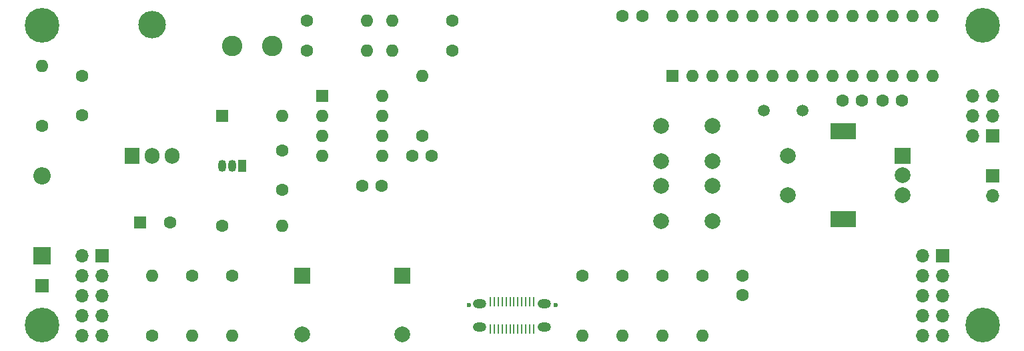
<source format=gbr>
%TF.GenerationSoftware,KiCad,Pcbnew,(6.0.0)*%
%TF.CreationDate,2022-01-22T21:28:23-08:00*%
%TF.ProjectId,nixie_main_board,6e697869-655f-46d6-9169-6e5f626f6172,rev?*%
%TF.SameCoordinates,Original*%
%TF.FileFunction,Soldermask,Bot*%
%TF.FilePolarity,Negative*%
%FSLAX46Y46*%
G04 Gerber Fmt 4.6, Leading zero omitted, Abs format (unit mm)*
G04 Created by KiCad (PCBNEW (6.0.0)) date 2022-01-22 21:28:23*
%MOMM*%
%LPD*%
G01*
G04 APERTURE LIST*
%ADD10C,1.600000*%
%ADD11O,1.600000X1.600000*%
%ADD12R,1.700000X1.700000*%
%ADD13O,1.700000X1.700000*%
%ADD14C,1.500000*%
%ADD15C,2.000000*%
%ADD16R,2.000000X2.000000*%
%ADD17R,3.200000X2.000000*%
%ADD18R,1.600000X1.600000*%
%ADD19C,2.600000*%
%ADD20R,1.050000X1.500000*%
%ADD21O,1.050000X1.500000*%
%ADD22O,3.500000X3.500000*%
%ADD23R,1.905000X2.000000*%
%ADD24O,1.905000X2.000000*%
%ADD25R,2.200000X2.200000*%
%ADD26O,2.200000X2.200000*%
%ADD27C,4.400000*%
%ADD28O,1.700000X1.200000*%
%ADD29R,0.270000X1.300000*%
%ADD30C,0.600000*%
G04 APERTURE END LIST*
D10*
%TO.C,R14*%
X113665000Y-57785000D03*
D11*
X121285000Y-57785000D03*
%TD*%
%TO.C,R13*%
X121285000Y-53975000D03*
D10*
X113665000Y-53975000D03*
%TD*%
D11*
%TO.C,R12*%
X124460000Y-57785000D03*
D10*
X132080000Y-57785000D03*
%TD*%
%TO.C,R11*%
X132080000Y-53975000D03*
D11*
X124460000Y-53975000D03*
%TD*%
D12*
%TO.C,J6*%
X80010000Y-87630000D03*
%TD*%
D10*
%TO.C,C9*%
X186690000Y-64135000D03*
X189190000Y-64135000D03*
%TD*%
D13*
%TO.C,J4*%
X200660000Y-76200000D03*
D12*
X200660000Y-73660000D03*
%TD*%
D10*
%TO.C,C11*%
X168910000Y-88860000D03*
X168910000Y-86360000D03*
%TD*%
D12*
%TO.C,J5*%
X200660000Y-68580000D03*
D13*
X198120000Y-68580000D03*
X200660000Y-66040000D03*
X198120000Y-66040000D03*
X200660000Y-63500000D03*
X198120000Y-63500000D03*
%TD*%
D14*
%TO.C,Y1*%
X171650000Y-65405000D03*
X176530000Y-65405000D03*
%TD*%
D15*
%TO.C,SW3*%
X165100000Y-79430000D03*
X165100000Y-74930000D03*
X158600000Y-79430000D03*
X158600000Y-74930000D03*
%TD*%
%TO.C,SW2*%
X158600000Y-67310000D03*
X158600000Y-71810000D03*
X165100000Y-67310000D03*
X165100000Y-71810000D03*
%TD*%
D16*
%TO.C,SW1*%
X189230000Y-71120000D03*
D15*
X189230000Y-73620000D03*
X189230000Y-76120000D03*
D17*
X181730000Y-68020000D03*
X181730000Y-79220000D03*
D15*
X174730000Y-71120000D03*
X174730000Y-76120000D03*
%TD*%
D11*
%TO.C,R10*%
X148590000Y-93980000D03*
D10*
X148590000Y-86360000D03*
%TD*%
D11*
%TO.C,R9*%
X153670000Y-93980000D03*
D10*
X153670000Y-86360000D03*
%TD*%
D11*
%TO.C,R8*%
X158750000Y-93980000D03*
D10*
X158750000Y-86360000D03*
%TD*%
%TO.C,R7*%
X163830000Y-86360000D03*
D11*
X163830000Y-93980000D03*
%TD*%
D10*
%TO.C,C10*%
X184110000Y-64135000D03*
X181610000Y-64135000D03*
%TD*%
%TO.C,C8*%
X153720000Y-53350000D03*
X156220000Y-53350000D03*
%TD*%
D15*
%TO.C,C1*%
X125730000Y-93860000D03*
D16*
X125730000Y-86360000D03*
%TD*%
%TO.C,C2*%
X113030000Y-86360000D03*
D15*
X113030000Y-93860000D03*
%TD*%
D10*
%TO.C,C3*%
X129500000Y-71120000D03*
X127000000Y-71120000D03*
%TD*%
%TO.C,C4*%
X110490000Y-70485000D03*
X110490000Y-75485000D03*
%TD*%
D18*
%TO.C,D1*%
X102870000Y-66040000D03*
D11*
X110490000Y-66040000D03*
%TD*%
D19*
%TO.C,L1*%
X109220000Y-57150000D03*
X104220000Y-57150000D03*
%TD*%
D20*
%TO.C,Q1*%
X105410000Y-72390000D03*
D21*
X104140000Y-72390000D03*
X102870000Y-72390000D03*
%TD*%
D22*
%TO.C,Q2*%
X93980000Y-54460000D03*
D23*
X91440000Y-71120000D03*
D24*
X93980000Y-71120000D03*
X96520000Y-71120000D03*
%TD*%
D10*
%TO.C,R3*%
X80010000Y-67310000D03*
D11*
X80010000Y-59690000D03*
%TD*%
D10*
%TO.C,R4*%
X93980000Y-93980000D03*
D11*
X93980000Y-86360000D03*
%TD*%
D10*
%TO.C,R5*%
X99060000Y-86360000D03*
D11*
X99060000Y-93980000D03*
%TD*%
D10*
%TO.C,R6*%
X104140000Y-86360000D03*
D11*
X104140000Y-93980000D03*
%TD*%
%TO.C,U1*%
X160020000Y-53340000D03*
X162560000Y-53340000D03*
X165100000Y-53340000D03*
X167640000Y-53340000D03*
X170180000Y-53340000D03*
X172720000Y-53340000D03*
X175260000Y-53340000D03*
X177800000Y-53340000D03*
X180340000Y-53340000D03*
X182880000Y-53340000D03*
X185420000Y-53340000D03*
X187960000Y-53340000D03*
X190500000Y-53340000D03*
X193040000Y-53340000D03*
X193040000Y-60960000D03*
X190500000Y-60960000D03*
X187960000Y-60960000D03*
X185420000Y-60960000D03*
X182880000Y-60960000D03*
X180340000Y-60960000D03*
X177800000Y-60960000D03*
X175260000Y-60960000D03*
X172720000Y-60960000D03*
X170180000Y-60960000D03*
X167640000Y-60960000D03*
X165100000Y-60960000D03*
X162560000Y-60960000D03*
D18*
X160020000Y-60960000D03*
%TD*%
D25*
%TO.C,D2*%
X80010000Y-83820000D03*
D26*
X80010000Y-73660000D03*
%TD*%
D12*
%TO.C,J2*%
X87630000Y-83820000D03*
D13*
X85090000Y-83820000D03*
X87630000Y-86360000D03*
X85090000Y-86360000D03*
X87630000Y-88900000D03*
X85090000Y-88900000D03*
X87630000Y-91440000D03*
X85090000Y-91440000D03*
X87630000Y-93980000D03*
X85090000Y-93980000D03*
%TD*%
D10*
%TO.C,C5*%
X85090000Y-60960000D03*
X85090000Y-65960000D03*
%TD*%
%TO.C,R2*%
X102870000Y-80010000D03*
D11*
X110490000Y-80010000D03*
%TD*%
D12*
%TO.C,J1*%
X194310000Y-83820000D03*
D13*
X191770000Y-83820000D03*
X194310000Y-86360000D03*
X191770000Y-86360000D03*
X194310000Y-88900000D03*
X191770000Y-88900000D03*
X194310000Y-91440000D03*
X191770000Y-91440000D03*
X194310000Y-93980000D03*
X191770000Y-93980000D03*
%TD*%
D10*
%TO.C,C6*%
X120650000Y-74930000D03*
X123150000Y-74930000D03*
%TD*%
%TO.C,R1*%
X128270000Y-68580000D03*
D11*
X128270000Y-60960000D03*
%TD*%
D18*
%TO.C,C7*%
X92480241Y-79625000D03*
D10*
X96280241Y-79625000D03*
%TD*%
D27*
%TO.C,H1*%
X199390000Y-54580000D03*
%TD*%
%TO.C,H4*%
X80010000Y-54580000D03*
%TD*%
D18*
%TO.C,U2*%
X115570000Y-63500000D03*
D11*
X115570000Y-66040000D03*
X115570000Y-68580000D03*
X115570000Y-71120000D03*
X123190000Y-71120000D03*
X123190000Y-68580000D03*
X123190000Y-66040000D03*
X123190000Y-63500000D03*
%TD*%
D27*
%TO.C,H3*%
X80010000Y-92680000D03*
%TD*%
%TO.C,H2*%
X199390000Y-92680000D03*
%TD*%
D28*
%TO.C,J3*%
X143800000Y-92910000D03*
X135600000Y-92910000D03*
X135600000Y-89970000D03*
X143800000Y-89970000D03*
D29*
X142450000Y-93190000D03*
X141950000Y-93190000D03*
X141450000Y-93190000D03*
X140950000Y-93190000D03*
X140450000Y-93190000D03*
X139950000Y-93190000D03*
X139450000Y-93190000D03*
X138950000Y-93190000D03*
X138450000Y-93190000D03*
X137950000Y-93190000D03*
X137450000Y-93190000D03*
X136950000Y-93190000D03*
X136950000Y-89690000D03*
X137450000Y-89690000D03*
X137950000Y-89690000D03*
X138450000Y-89690000D03*
X138950000Y-89690000D03*
X139450000Y-89690000D03*
X139950000Y-89690000D03*
X140450000Y-89690000D03*
X140950000Y-89690000D03*
X141450000Y-89690000D03*
X141950000Y-89690000D03*
X142450000Y-89690000D03*
D30*
X145200000Y-90140000D03*
X134200000Y-90140000D03*
%TD*%
M02*

</source>
